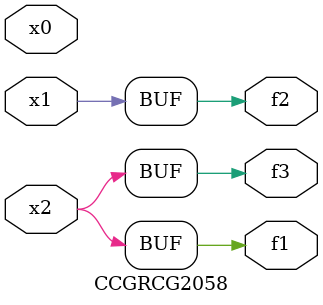
<source format=v>
module CCGRCG2058(
	input x0, x1, x2,
	output f1, f2, f3
);
	assign f1 = x2;
	assign f2 = x1;
	assign f3 = x2;
endmodule

</source>
